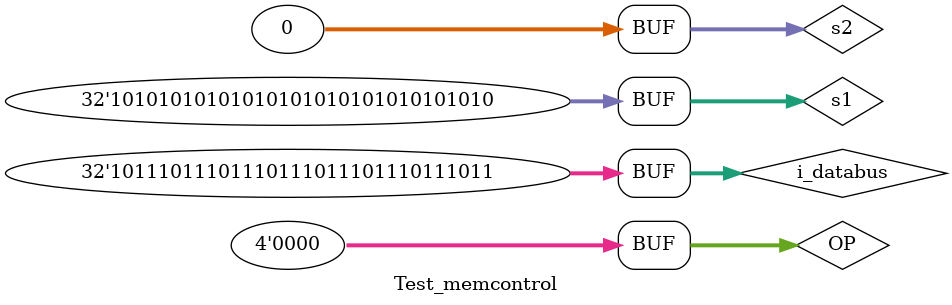
<source format=v>
module Test_memcontrol;
	reg [31:0] s2, s1, i_databus;
	reg [3:0] OP;
	reg [31:0] i_ALU;
	
	wire [31:0] regdat, o_databus;
	wire[3:0] ramaddr;
	wire [1:0] RW;
	
	initial 
	begin
			OP=4'b1001; s2=4; s1=32'hAAAAAAAA; 
		#10 OP=4'b1010; i_databus=32'hBBBBBBBB;
		#10 s2=0;
		#10 OP=4'b0000;
	end

	initial
	begin
	$monitor($time, " OP=%b, RW=%b, Source2=%h, Source1=%h, o_ramaddr=%d, o_bus=%h, i_bus=%h, regdat=%h", OP, RW, s2, s1, ramaddr, o_databus, i_databus, regdat);
	end
	
	MemControl mem(OP, s1, s2, i_databus, i_ALU, o_databus, RW, regdat, ramaddr);
				//(OP, i_in1, i_in2, i_databus, i_ALU, o_databus, o_RW, o_regdat, o_ramaddr);
endmodule

</source>
